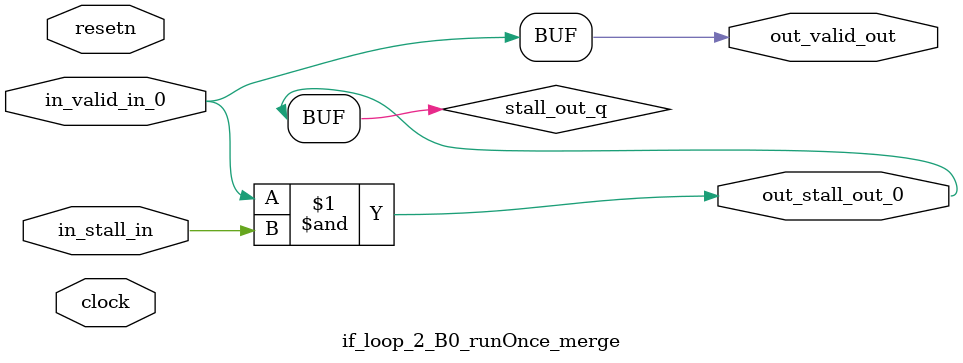
<source format=sv>



(* altera_attribute = "-name AUTO_SHIFT_REGISTER_RECOGNITION OFF; -name MESSAGE_DISABLE 10036; -name MESSAGE_DISABLE 10037; -name MESSAGE_DISABLE 14130; -name MESSAGE_DISABLE 14320; -name MESSAGE_DISABLE 15400; -name MESSAGE_DISABLE 14130; -name MESSAGE_DISABLE 10036; -name MESSAGE_DISABLE 12020; -name MESSAGE_DISABLE 12030; -name MESSAGE_DISABLE 12010; -name MESSAGE_DISABLE 12110; -name MESSAGE_DISABLE 14320; -name MESSAGE_DISABLE 13410; -name MESSAGE_DISABLE 113007; -name MESSAGE_DISABLE 10958" *)
module if_loop_2_B0_runOnce_merge (
    input wire [0:0] in_stall_in,
    input wire [0:0] in_valid_in_0,
    output wire [0:0] out_stall_out_0,
    output wire [0:0] out_valid_out,
    input wire clock,
    input wire resetn
    );

    wire [0:0] stall_out_q;


    // stall_out(LOGICAL,6)
    assign stall_out_q = in_valid_in_0 & in_stall_in;

    // out_stall_out_0(GPOUT,4)
    assign out_stall_out_0 = stall_out_q;

    // out_valid_out(GPOUT,5)
    assign out_valid_out = in_valid_in_0;

endmodule

</source>
